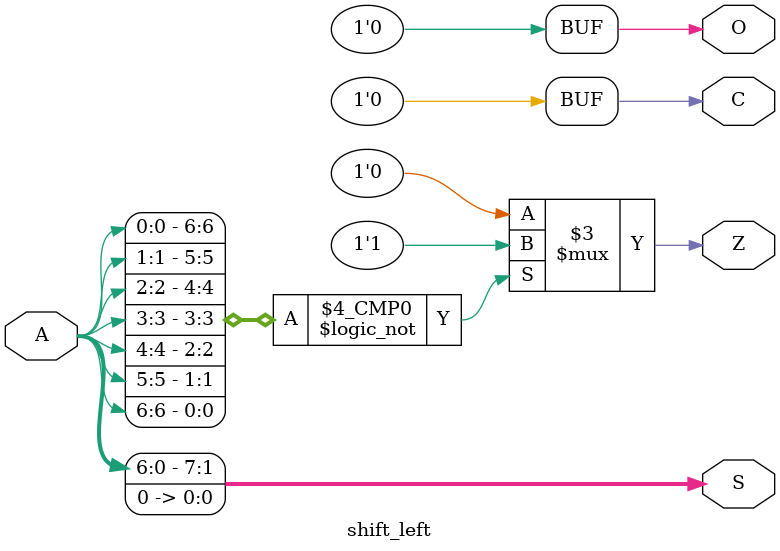
<source format=v>
module shift_left(A,S,Z,C,O);
input wire [7:0] A;
output reg [7:0] S;
output reg Z,C,O;

 always @(*)
 begin
S[7:1]=A[6:0];
S[0]=0;
C=0;
O=0;
case({S[0],S[1],S[2],S[3],S[4],S[5],S[6],S[7]})
8'b00000000: Z=1;
default : Z=0;
endcase

end
endmodule

</source>
